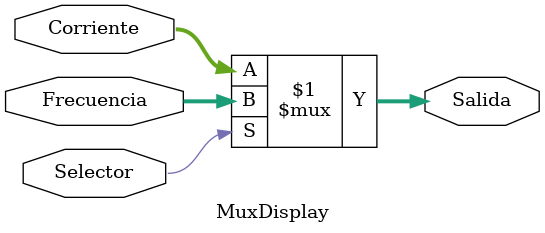
<source format=v>
`timescale 1ns / 1ps
module MuxDisplay(
	input wire Selector,
	input wire [9:0] Frecuencia,
	input wire [9:0] Corriente,
	output wire [9:0] Salida
    );

assign Salida = Selector ? Frecuencia : Corriente;

endmodule

</source>
